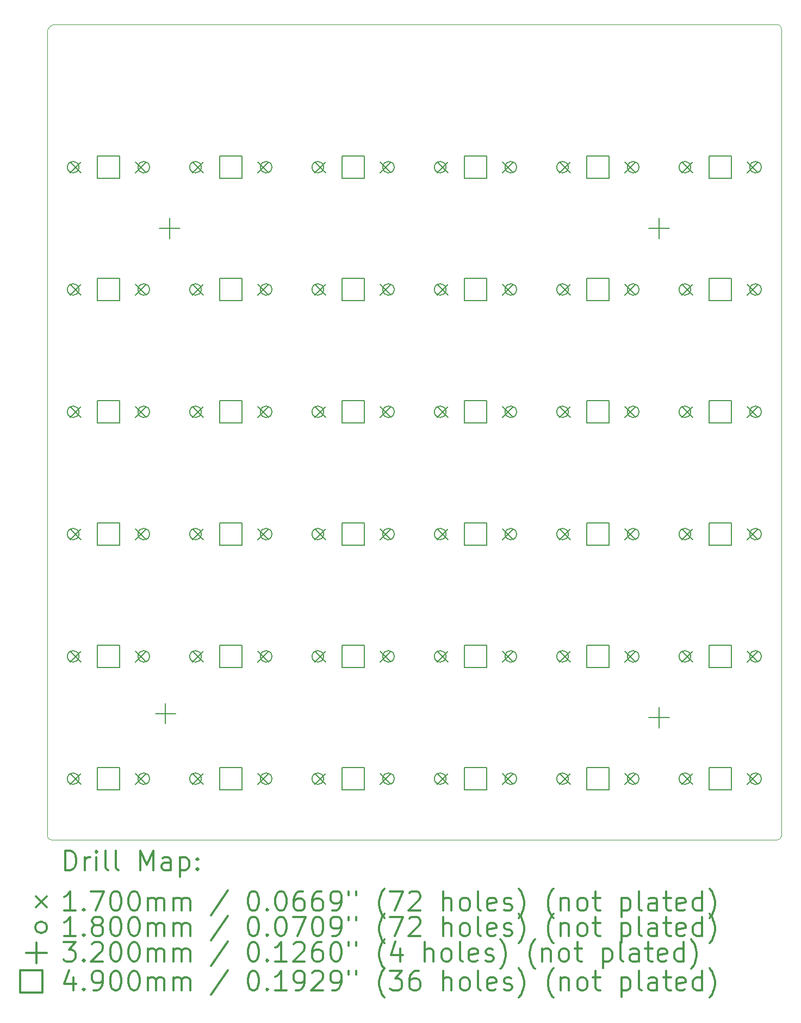
<source format=gbr>
%FSLAX45Y45*%
G04 Gerber Fmt 4.5, Leading zero omitted, Abs format (unit mm)*
G04 Created by KiCad (PCBNEW (5.1.12-1-10_14)) date 2021-11-20 16:42:35*
%MOMM*%
%LPD*%
G01*
G04 APERTURE LIST*
%TA.AperFunction,Profile*%
%ADD10C,0.120000*%
%TD*%
%ADD11C,0.200000*%
%ADD12C,0.300000*%
G04 APERTURE END LIST*
D10*
X16129000Y-3492500D02*
G75*
G02*
X16192500Y-3556000I0J-63500D01*
G01*
X16192500Y-16129000D02*
G75*
G02*
X16129000Y-16192500I-63500J0D01*
G01*
X4826000Y-16192500D02*
X16129000Y-16192500D01*
X4826000Y-16192500D02*
G75*
G02*
X4762500Y-16129000I0J63500D01*
G01*
X16192500Y-3556000D02*
X16192500Y-16129000D01*
X4762500Y-3619500D02*
G75*
G02*
X4889500Y-3492500I127000J0D01*
G01*
X16129000Y-3492500D02*
X4889500Y-3492500D01*
X4762500Y-3619500D02*
X4762500Y-16129000D01*
D11*
X5122000Y-5630000D02*
X5292000Y-5800000D01*
X5292000Y-5630000D02*
X5122000Y-5800000D01*
X5122000Y-7535000D02*
X5292000Y-7705000D01*
X5292000Y-7535000D02*
X5122000Y-7705000D01*
X5122000Y-9440000D02*
X5292000Y-9610000D01*
X5292000Y-9440000D02*
X5122000Y-9610000D01*
X5122000Y-11345000D02*
X5292000Y-11515000D01*
X5292000Y-11345000D02*
X5122000Y-11515000D01*
X5122000Y-13250000D02*
X5292000Y-13420000D01*
X5292000Y-13250000D02*
X5122000Y-13420000D01*
X5122000Y-15155000D02*
X5292000Y-15325000D01*
X5292000Y-15155000D02*
X5122000Y-15325000D01*
X6138000Y-5630000D02*
X6308000Y-5800000D01*
X6308000Y-5630000D02*
X6138000Y-5800000D01*
X6138000Y-7535000D02*
X6308000Y-7705000D01*
X6308000Y-7535000D02*
X6138000Y-7705000D01*
X6138000Y-9440000D02*
X6308000Y-9610000D01*
X6308000Y-9440000D02*
X6138000Y-9610000D01*
X6138000Y-11345000D02*
X6308000Y-11515000D01*
X6308000Y-11345000D02*
X6138000Y-11515000D01*
X6138000Y-13250000D02*
X6308000Y-13420000D01*
X6308000Y-13250000D02*
X6138000Y-13420000D01*
X6138000Y-15155000D02*
X6308000Y-15325000D01*
X6308000Y-15155000D02*
X6138000Y-15325000D01*
X7027000Y-5630000D02*
X7197000Y-5800000D01*
X7197000Y-5630000D02*
X7027000Y-5800000D01*
X7027000Y-7535000D02*
X7197000Y-7705000D01*
X7197000Y-7535000D02*
X7027000Y-7705000D01*
X7027000Y-9440000D02*
X7197000Y-9610000D01*
X7197000Y-9440000D02*
X7027000Y-9610000D01*
X7027000Y-11345000D02*
X7197000Y-11515000D01*
X7197000Y-11345000D02*
X7027000Y-11515000D01*
X7027000Y-13250000D02*
X7197000Y-13420000D01*
X7197000Y-13250000D02*
X7027000Y-13420000D01*
X7027000Y-15155000D02*
X7197000Y-15325000D01*
X7197000Y-15155000D02*
X7027000Y-15325000D01*
X8043000Y-5630000D02*
X8213000Y-5800000D01*
X8213000Y-5630000D02*
X8043000Y-5800000D01*
X8043000Y-7535000D02*
X8213000Y-7705000D01*
X8213000Y-7535000D02*
X8043000Y-7705000D01*
X8043000Y-9440000D02*
X8213000Y-9610000D01*
X8213000Y-9440000D02*
X8043000Y-9610000D01*
X8043000Y-11345000D02*
X8213000Y-11515000D01*
X8213000Y-11345000D02*
X8043000Y-11515000D01*
X8043000Y-13250000D02*
X8213000Y-13420000D01*
X8213000Y-13250000D02*
X8043000Y-13420000D01*
X8043000Y-15155000D02*
X8213000Y-15325000D01*
X8213000Y-15155000D02*
X8043000Y-15325000D01*
X8932000Y-5630000D02*
X9102000Y-5800000D01*
X9102000Y-5630000D02*
X8932000Y-5800000D01*
X8932000Y-7535000D02*
X9102000Y-7705000D01*
X9102000Y-7535000D02*
X8932000Y-7705000D01*
X8932000Y-9440000D02*
X9102000Y-9610000D01*
X9102000Y-9440000D02*
X8932000Y-9610000D01*
X8932000Y-11345000D02*
X9102000Y-11515000D01*
X9102000Y-11345000D02*
X8932000Y-11515000D01*
X8932000Y-13250000D02*
X9102000Y-13420000D01*
X9102000Y-13250000D02*
X8932000Y-13420000D01*
X8932000Y-15155000D02*
X9102000Y-15325000D01*
X9102000Y-15155000D02*
X8932000Y-15325000D01*
X9948000Y-5630000D02*
X10118000Y-5800000D01*
X10118000Y-5630000D02*
X9948000Y-5800000D01*
X9948000Y-7535000D02*
X10118000Y-7705000D01*
X10118000Y-7535000D02*
X9948000Y-7705000D01*
X9948000Y-9440000D02*
X10118000Y-9610000D01*
X10118000Y-9440000D02*
X9948000Y-9610000D01*
X9948000Y-11345000D02*
X10118000Y-11515000D01*
X10118000Y-11345000D02*
X9948000Y-11515000D01*
X9948000Y-13250000D02*
X10118000Y-13420000D01*
X10118000Y-13250000D02*
X9948000Y-13420000D01*
X9948000Y-15155000D02*
X10118000Y-15325000D01*
X10118000Y-15155000D02*
X9948000Y-15325000D01*
X10837000Y-5630000D02*
X11007000Y-5800000D01*
X11007000Y-5630000D02*
X10837000Y-5800000D01*
X10837000Y-7535000D02*
X11007000Y-7705000D01*
X11007000Y-7535000D02*
X10837000Y-7705000D01*
X10837000Y-9440000D02*
X11007000Y-9610000D01*
X11007000Y-9440000D02*
X10837000Y-9610000D01*
X10837000Y-11345000D02*
X11007000Y-11515000D01*
X11007000Y-11345000D02*
X10837000Y-11515000D01*
X10837000Y-13250000D02*
X11007000Y-13420000D01*
X11007000Y-13250000D02*
X10837000Y-13420000D01*
X10837000Y-15155000D02*
X11007000Y-15325000D01*
X11007000Y-15155000D02*
X10837000Y-15325000D01*
X11853000Y-5630000D02*
X12023000Y-5800000D01*
X12023000Y-5630000D02*
X11853000Y-5800000D01*
X11853000Y-7535000D02*
X12023000Y-7705000D01*
X12023000Y-7535000D02*
X11853000Y-7705000D01*
X11853000Y-9440000D02*
X12023000Y-9610000D01*
X12023000Y-9440000D02*
X11853000Y-9610000D01*
X11853000Y-11345000D02*
X12023000Y-11515000D01*
X12023000Y-11345000D02*
X11853000Y-11515000D01*
X11853000Y-13250000D02*
X12023000Y-13420000D01*
X12023000Y-13250000D02*
X11853000Y-13420000D01*
X11853000Y-15155000D02*
X12023000Y-15325000D01*
X12023000Y-15155000D02*
X11853000Y-15325000D01*
X12742000Y-5630000D02*
X12912000Y-5800000D01*
X12912000Y-5630000D02*
X12742000Y-5800000D01*
X12742000Y-7535000D02*
X12912000Y-7705000D01*
X12912000Y-7535000D02*
X12742000Y-7705000D01*
X12742000Y-9440000D02*
X12912000Y-9610000D01*
X12912000Y-9440000D02*
X12742000Y-9610000D01*
X12742000Y-11345000D02*
X12912000Y-11515000D01*
X12912000Y-11345000D02*
X12742000Y-11515000D01*
X12742000Y-13250000D02*
X12912000Y-13420000D01*
X12912000Y-13250000D02*
X12742000Y-13420000D01*
X12742000Y-15155000D02*
X12912000Y-15325000D01*
X12912000Y-15155000D02*
X12742000Y-15325000D01*
X13758000Y-5630000D02*
X13928000Y-5800000D01*
X13928000Y-5630000D02*
X13758000Y-5800000D01*
X13758000Y-7535000D02*
X13928000Y-7705000D01*
X13928000Y-7535000D02*
X13758000Y-7705000D01*
X13758000Y-9440000D02*
X13928000Y-9610000D01*
X13928000Y-9440000D02*
X13758000Y-9610000D01*
X13758000Y-11345000D02*
X13928000Y-11515000D01*
X13928000Y-11345000D02*
X13758000Y-11515000D01*
X13758000Y-13250000D02*
X13928000Y-13420000D01*
X13928000Y-13250000D02*
X13758000Y-13420000D01*
X13758000Y-15155000D02*
X13928000Y-15325000D01*
X13928000Y-15155000D02*
X13758000Y-15325000D01*
X14647000Y-5630000D02*
X14817000Y-5800000D01*
X14817000Y-5630000D02*
X14647000Y-5800000D01*
X14647000Y-7535000D02*
X14817000Y-7705000D01*
X14817000Y-7535000D02*
X14647000Y-7705000D01*
X14647000Y-9440000D02*
X14817000Y-9610000D01*
X14817000Y-9440000D02*
X14647000Y-9610000D01*
X14647000Y-11345000D02*
X14817000Y-11515000D01*
X14817000Y-11345000D02*
X14647000Y-11515000D01*
X14647000Y-13250000D02*
X14817000Y-13420000D01*
X14817000Y-13250000D02*
X14647000Y-13420000D01*
X14647000Y-15155000D02*
X14817000Y-15325000D01*
X14817000Y-15155000D02*
X14647000Y-15325000D01*
X15663000Y-5630000D02*
X15833000Y-5800000D01*
X15833000Y-5630000D02*
X15663000Y-5800000D01*
X15663000Y-7535000D02*
X15833000Y-7705000D01*
X15833000Y-7535000D02*
X15663000Y-7705000D01*
X15663000Y-9440000D02*
X15833000Y-9610000D01*
X15833000Y-9440000D02*
X15663000Y-9610000D01*
X15663000Y-11345000D02*
X15833000Y-11515000D01*
X15833000Y-11345000D02*
X15663000Y-11515000D01*
X15663000Y-13250000D02*
X15833000Y-13420000D01*
X15833000Y-13250000D02*
X15663000Y-13420000D01*
X15663000Y-15155000D02*
X15833000Y-15325000D01*
X15833000Y-15155000D02*
X15663000Y-15325000D01*
X5255000Y-5715000D02*
G75*
G03*
X5255000Y-5715000I-90000J0D01*
G01*
X5255000Y-7620000D02*
G75*
G03*
X5255000Y-7620000I-90000J0D01*
G01*
X5255000Y-9525000D02*
G75*
G03*
X5255000Y-9525000I-90000J0D01*
G01*
X5255000Y-11430000D02*
G75*
G03*
X5255000Y-11430000I-90000J0D01*
G01*
X5255000Y-13335000D02*
G75*
G03*
X5255000Y-13335000I-90000J0D01*
G01*
X5255000Y-15240000D02*
G75*
G03*
X5255000Y-15240000I-90000J0D01*
G01*
X6355000Y-5715000D02*
G75*
G03*
X6355000Y-5715000I-90000J0D01*
G01*
X6355000Y-7620000D02*
G75*
G03*
X6355000Y-7620000I-90000J0D01*
G01*
X6355000Y-9525000D02*
G75*
G03*
X6355000Y-9525000I-90000J0D01*
G01*
X6355000Y-11430000D02*
G75*
G03*
X6355000Y-11430000I-90000J0D01*
G01*
X6355000Y-13335000D02*
G75*
G03*
X6355000Y-13335000I-90000J0D01*
G01*
X6355000Y-15240000D02*
G75*
G03*
X6355000Y-15240000I-90000J0D01*
G01*
X7160000Y-5715000D02*
G75*
G03*
X7160000Y-5715000I-90000J0D01*
G01*
X7160000Y-7620000D02*
G75*
G03*
X7160000Y-7620000I-90000J0D01*
G01*
X7160000Y-9525000D02*
G75*
G03*
X7160000Y-9525000I-90000J0D01*
G01*
X7160000Y-11430000D02*
G75*
G03*
X7160000Y-11430000I-90000J0D01*
G01*
X7160000Y-13335000D02*
G75*
G03*
X7160000Y-13335000I-90000J0D01*
G01*
X7160000Y-15240000D02*
G75*
G03*
X7160000Y-15240000I-90000J0D01*
G01*
X8260000Y-5715000D02*
G75*
G03*
X8260000Y-5715000I-90000J0D01*
G01*
X8260000Y-7620000D02*
G75*
G03*
X8260000Y-7620000I-90000J0D01*
G01*
X8260000Y-9525000D02*
G75*
G03*
X8260000Y-9525000I-90000J0D01*
G01*
X8260000Y-11430000D02*
G75*
G03*
X8260000Y-11430000I-90000J0D01*
G01*
X8260000Y-13335000D02*
G75*
G03*
X8260000Y-13335000I-90000J0D01*
G01*
X8260000Y-15240000D02*
G75*
G03*
X8260000Y-15240000I-90000J0D01*
G01*
X9065000Y-5715000D02*
G75*
G03*
X9065000Y-5715000I-90000J0D01*
G01*
X9065000Y-7620000D02*
G75*
G03*
X9065000Y-7620000I-90000J0D01*
G01*
X9065000Y-9525000D02*
G75*
G03*
X9065000Y-9525000I-90000J0D01*
G01*
X9065000Y-11430000D02*
G75*
G03*
X9065000Y-11430000I-90000J0D01*
G01*
X9065000Y-13335000D02*
G75*
G03*
X9065000Y-13335000I-90000J0D01*
G01*
X9065000Y-15240000D02*
G75*
G03*
X9065000Y-15240000I-90000J0D01*
G01*
X10165000Y-5715000D02*
G75*
G03*
X10165000Y-5715000I-90000J0D01*
G01*
X10165000Y-7620000D02*
G75*
G03*
X10165000Y-7620000I-90000J0D01*
G01*
X10165000Y-9525000D02*
G75*
G03*
X10165000Y-9525000I-90000J0D01*
G01*
X10165000Y-11430000D02*
G75*
G03*
X10165000Y-11430000I-90000J0D01*
G01*
X10165000Y-13335000D02*
G75*
G03*
X10165000Y-13335000I-90000J0D01*
G01*
X10165000Y-15240000D02*
G75*
G03*
X10165000Y-15240000I-90000J0D01*
G01*
X10970000Y-5715000D02*
G75*
G03*
X10970000Y-5715000I-90000J0D01*
G01*
X10970000Y-7620000D02*
G75*
G03*
X10970000Y-7620000I-90000J0D01*
G01*
X10970000Y-9525000D02*
G75*
G03*
X10970000Y-9525000I-90000J0D01*
G01*
X10970000Y-11430000D02*
G75*
G03*
X10970000Y-11430000I-90000J0D01*
G01*
X10970000Y-13335000D02*
G75*
G03*
X10970000Y-13335000I-90000J0D01*
G01*
X10970000Y-15240000D02*
G75*
G03*
X10970000Y-15240000I-90000J0D01*
G01*
X12070000Y-5715000D02*
G75*
G03*
X12070000Y-5715000I-90000J0D01*
G01*
X12070000Y-7620000D02*
G75*
G03*
X12070000Y-7620000I-90000J0D01*
G01*
X12070000Y-9525000D02*
G75*
G03*
X12070000Y-9525000I-90000J0D01*
G01*
X12070000Y-11430000D02*
G75*
G03*
X12070000Y-11430000I-90000J0D01*
G01*
X12070000Y-13335000D02*
G75*
G03*
X12070000Y-13335000I-90000J0D01*
G01*
X12070000Y-15240000D02*
G75*
G03*
X12070000Y-15240000I-90000J0D01*
G01*
X12875000Y-5715000D02*
G75*
G03*
X12875000Y-5715000I-90000J0D01*
G01*
X12875000Y-7620000D02*
G75*
G03*
X12875000Y-7620000I-90000J0D01*
G01*
X12875000Y-9525000D02*
G75*
G03*
X12875000Y-9525000I-90000J0D01*
G01*
X12875000Y-11430000D02*
G75*
G03*
X12875000Y-11430000I-90000J0D01*
G01*
X12875000Y-13335000D02*
G75*
G03*
X12875000Y-13335000I-90000J0D01*
G01*
X12875000Y-15240000D02*
G75*
G03*
X12875000Y-15240000I-90000J0D01*
G01*
X13975000Y-5715000D02*
G75*
G03*
X13975000Y-5715000I-90000J0D01*
G01*
X13975000Y-7620000D02*
G75*
G03*
X13975000Y-7620000I-90000J0D01*
G01*
X13975000Y-9525000D02*
G75*
G03*
X13975000Y-9525000I-90000J0D01*
G01*
X13975000Y-11430000D02*
G75*
G03*
X13975000Y-11430000I-90000J0D01*
G01*
X13975000Y-13335000D02*
G75*
G03*
X13975000Y-13335000I-90000J0D01*
G01*
X13975000Y-15240000D02*
G75*
G03*
X13975000Y-15240000I-90000J0D01*
G01*
X14780000Y-5715000D02*
G75*
G03*
X14780000Y-5715000I-90000J0D01*
G01*
X14780000Y-7620000D02*
G75*
G03*
X14780000Y-7620000I-90000J0D01*
G01*
X14780000Y-9525000D02*
G75*
G03*
X14780000Y-9525000I-90000J0D01*
G01*
X14780000Y-11430000D02*
G75*
G03*
X14780000Y-11430000I-90000J0D01*
G01*
X14780000Y-13335000D02*
G75*
G03*
X14780000Y-13335000I-90000J0D01*
G01*
X14780000Y-15240000D02*
G75*
G03*
X14780000Y-15240000I-90000J0D01*
G01*
X15880000Y-5715000D02*
G75*
G03*
X15880000Y-5715000I-90000J0D01*
G01*
X15880000Y-7620000D02*
G75*
G03*
X15880000Y-7620000I-90000J0D01*
G01*
X15880000Y-9525000D02*
G75*
G03*
X15880000Y-9525000I-90000J0D01*
G01*
X15880000Y-11430000D02*
G75*
G03*
X15880000Y-11430000I-90000J0D01*
G01*
X15880000Y-13335000D02*
G75*
G03*
X15880000Y-13335000I-90000J0D01*
G01*
X15880000Y-15240000D02*
G75*
G03*
X15880000Y-15240000I-90000J0D01*
G01*
X6604000Y-14064000D02*
X6604000Y-14384000D01*
X6444000Y-14224000D02*
X6764000Y-14224000D01*
X6667500Y-6507500D02*
X6667500Y-6827500D01*
X6507500Y-6667500D02*
X6827500Y-6667500D01*
X14287500Y-6507500D02*
X14287500Y-6827500D01*
X14127500Y-6667500D02*
X14447500Y-6667500D01*
X14287500Y-14127500D02*
X14287500Y-14447500D01*
X14127500Y-14287500D02*
X14447500Y-14287500D01*
X5888243Y-5888243D02*
X5888243Y-5541757D01*
X5541757Y-5541757D01*
X5541757Y-5888243D01*
X5888243Y-5888243D01*
X5888243Y-7793243D02*
X5888243Y-7446757D01*
X5541757Y-7446757D01*
X5541757Y-7793243D01*
X5888243Y-7793243D01*
X5888243Y-9698243D02*
X5888243Y-9351757D01*
X5541757Y-9351757D01*
X5541757Y-9698243D01*
X5888243Y-9698243D01*
X5888243Y-11603243D02*
X5888243Y-11256757D01*
X5541757Y-11256757D01*
X5541757Y-11603243D01*
X5888243Y-11603243D01*
X5888243Y-13508243D02*
X5888243Y-13161757D01*
X5541757Y-13161757D01*
X5541757Y-13508243D01*
X5888243Y-13508243D01*
X5888243Y-15413243D02*
X5888243Y-15066757D01*
X5541757Y-15066757D01*
X5541757Y-15413243D01*
X5888243Y-15413243D01*
X7793243Y-5888243D02*
X7793243Y-5541757D01*
X7446757Y-5541757D01*
X7446757Y-5888243D01*
X7793243Y-5888243D01*
X7793243Y-7793243D02*
X7793243Y-7446757D01*
X7446757Y-7446757D01*
X7446757Y-7793243D01*
X7793243Y-7793243D01*
X7793243Y-9698243D02*
X7793243Y-9351757D01*
X7446757Y-9351757D01*
X7446757Y-9698243D01*
X7793243Y-9698243D01*
X7793243Y-11603243D02*
X7793243Y-11256757D01*
X7446757Y-11256757D01*
X7446757Y-11603243D01*
X7793243Y-11603243D01*
X7793243Y-13508243D02*
X7793243Y-13161757D01*
X7446757Y-13161757D01*
X7446757Y-13508243D01*
X7793243Y-13508243D01*
X7793243Y-15413243D02*
X7793243Y-15066757D01*
X7446757Y-15066757D01*
X7446757Y-15413243D01*
X7793243Y-15413243D01*
X9698243Y-5888243D02*
X9698243Y-5541757D01*
X9351757Y-5541757D01*
X9351757Y-5888243D01*
X9698243Y-5888243D01*
X9698243Y-7793243D02*
X9698243Y-7446757D01*
X9351757Y-7446757D01*
X9351757Y-7793243D01*
X9698243Y-7793243D01*
X9698243Y-9698243D02*
X9698243Y-9351757D01*
X9351757Y-9351757D01*
X9351757Y-9698243D01*
X9698243Y-9698243D01*
X9698243Y-11603243D02*
X9698243Y-11256757D01*
X9351757Y-11256757D01*
X9351757Y-11603243D01*
X9698243Y-11603243D01*
X9698243Y-13508243D02*
X9698243Y-13161757D01*
X9351757Y-13161757D01*
X9351757Y-13508243D01*
X9698243Y-13508243D01*
X9698243Y-15413243D02*
X9698243Y-15066757D01*
X9351757Y-15066757D01*
X9351757Y-15413243D01*
X9698243Y-15413243D01*
X11603243Y-5888243D02*
X11603243Y-5541757D01*
X11256757Y-5541757D01*
X11256757Y-5888243D01*
X11603243Y-5888243D01*
X11603243Y-7793243D02*
X11603243Y-7446757D01*
X11256757Y-7446757D01*
X11256757Y-7793243D01*
X11603243Y-7793243D01*
X11603243Y-9698243D02*
X11603243Y-9351757D01*
X11256757Y-9351757D01*
X11256757Y-9698243D01*
X11603243Y-9698243D01*
X11603243Y-11603243D02*
X11603243Y-11256757D01*
X11256757Y-11256757D01*
X11256757Y-11603243D01*
X11603243Y-11603243D01*
X11603243Y-13508243D02*
X11603243Y-13161757D01*
X11256757Y-13161757D01*
X11256757Y-13508243D01*
X11603243Y-13508243D01*
X11603243Y-15413243D02*
X11603243Y-15066757D01*
X11256757Y-15066757D01*
X11256757Y-15413243D01*
X11603243Y-15413243D01*
X13508243Y-5888243D02*
X13508243Y-5541757D01*
X13161757Y-5541757D01*
X13161757Y-5888243D01*
X13508243Y-5888243D01*
X13508243Y-7793243D02*
X13508243Y-7446757D01*
X13161757Y-7446757D01*
X13161757Y-7793243D01*
X13508243Y-7793243D01*
X13508243Y-9698243D02*
X13508243Y-9351757D01*
X13161757Y-9351757D01*
X13161757Y-9698243D01*
X13508243Y-9698243D01*
X13508243Y-11603243D02*
X13508243Y-11256757D01*
X13161757Y-11256757D01*
X13161757Y-11603243D01*
X13508243Y-11603243D01*
X13508243Y-13508243D02*
X13508243Y-13161757D01*
X13161757Y-13161757D01*
X13161757Y-13508243D01*
X13508243Y-13508243D01*
X13508243Y-15413243D02*
X13508243Y-15066757D01*
X13161757Y-15066757D01*
X13161757Y-15413243D01*
X13508243Y-15413243D01*
X15413243Y-5888243D02*
X15413243Y-5541757D01*
X15066757Y-5541757D01*
X15066757Y-5888243D01*
X15413243Y-5888243D01*
X15413243Y-7793243D02*
X15413243Y-7446757D01*
X15066757Y-7446757D01*
X15066757Y-7793243D01*
X15413243Y-7793243D01*
X15413243Y-9698243D02*
X15413243Y-9351757D01*
X15066757Y-9351757D01*
X15066757Y-9698243D01*
X15413243Y-9698243D01*
X15413243Y-11603243D02*
X15413243Y-11256757D01*
X15066757Y-11256757D01*
X15066757Y-11603243D01*
X15413243Y-11603243D01*
X15413243Y-13508243D02*
X15413243Y-13161757D01*
X15066757Y-13161757D01*
X15066757Y-13508243D01*
X15413243Y-13508243D01*
X15413243Y-15413243D02*
X15413243Y-15066757D01*
X15066757Y-15066757D01*
X15066757Y-15413243D01*
X15413243Y-15413243D01*
D12*
X5042928Y-16664214D02*
X5042928Y-16364214D01*
X5114357Y-16364214D01*
X5157214Y-16378500D01*
X5185786Y-16407071D01*
X5200071Y-16435643D01*
X5214357Y-16492786D01*
X5214357Y-16535643D01*
X5200071Y-16592786D01*
X5185786Y-16621357D01*
X5157214Y-16649929D01*
X5114357Y-16664214D01*
X5042928Y-16664214D01*
X5342928Y-16664214D02*
X5342928Y-16464214D01*
X5342928Y-16521357D02*
X5357214Y-16492786D01*
X5371500Y-16478500D01*
X5400071Y-16464214D01*
X5428643Y-16464214D01*
X5528643Y-16664214D02*
X5528643Y-16464214D01*
X5528643Y-16364214D02*
X5514357Y-16378500D01*
X5528643Y-16392786D01*
X5542928Y-16378500D01*
X5528643Y-16364214D01*
X5528643Y-16392786D01*
X5714357Y-16664214D02*
X5685786Y-16649929D01*
X5671500Y-16621357D01*
X5671500Y-16364214D01*
X5871500Y-16664214D02*
X5842928Y-16649929D01*
X5828643Y-16621357D01*
X5828643Y-16364214D01*
X6214357Y-16664214D02*
X6214357Y-16364214D01*
X6314357Y-16578500D01*
X6414357Y-16364214D01*
X6414357Y-16664214D01*
X6685786Y-16664214D02*
X6685786Y-16507071D01*
X6671500Y-16478500D01*
X6642928Y-16464214D01*
X6585786Y-16464214D01*
X6557214Y-16478500D01*
X6685786Y-16649929D02*
X6657214Y-16664214D01*
X6585786Y-16664214D01*
X6557214Y-16649929D01*
X6542928Y-16621357D01*
X6542928Y-16592786D01*
X6557214Y-16564214D01*
X6585786Y-16549929D01*
X6657214Y-16549929D01*
X6685786Y-16535643D01*
X6828643Y-16464214D02*
X6828643Y-16764214D01*
X6828643Y-16478500D02*
X6857214Y-16464214D01*
X6914357Y-16464214D01*
X6942928Y-16478500D01*
X6957214Y-16492786D01*
X6971500Y-16521357D01*
X6971500Y-16607071D01*
X6957214Y-16635643D01*
X6942928Y-16649929D01*
X6914357Y-16664214D01*
X6857214Y-16664214D01*
X6828643Y-16649929D01*
X7100071Y-16635643D02*
X7114357Y-16649929D01*
X7100071Y-16664214D01*
X7085786Y-16649929D01*
X7100071Y-16635643D01*
X7100071Y-16664214D01*
X7100071Y-16478500D02*
X7114357Y-16492786D01*
X7100071Y-16507071D01*
X7085786Y-16492786D01*
X7100071Y-16478500D01*
X7100071Y-16507071D01*
X4586500Y-17073500D02*
X4756500Y-17243500D01*
X4756500Y-17073500D02*
X4586500Y-17243500D01*
X5200071Y-17294214D02*
X5028643Y-17294214D01*
X5114357Y-17294214D02*
X5114357Y-16994214D01*
X5085786Y-17037072D01*
X5057214Y-17065643D01*
X5028643Y-17079929D01*
X5328643Y-17265643D02*
X5342928Y-17279929D01*
X5328643Y-17294214D01*
X5314357Y-17279929D01*
X5328643Y-17265643D01*
X5328643Y-17294214D01*
X5442928Y-16994214D02*
X5642928Y-16994214D01*
X5514357Y-17294214D01*
X5814357Y-16994214D02*
X5842928Y-16994214D01*
X5871500Y-17008500D01*
X5885786Y-17022786D01*
X5900071Y-17051357D01*
X5914357Y-17108500D01*
X5914357Y-17179929D01*
X5900071Y-17237072D01*
X5885786Y-17265643D01*
X5871500Y-17279929D01*
X5842928Y-17294214D01*
X5814357Y-17294214D01*
X5785786Y-17279929D01*
X5771500Y-17265643D01*
X5757214Y-17237072D01*
X5742928Y-17179929D01*
X5742928Y-17108500D01*
X5757214Y-17051357D01*
X5771500Y-17022786D01*
X5785786Y-17008500D01*
X5814357Y-16994214D01*
X6100071Y-16994214D02*
X6128643Y-16994214D01*
X6157214Y-17008500D01*
X6171500Y-17022786D01*
X6185786Y-17051357D01*
X6200071Y-17108500D01*
X6200071Y-17179929D01*
X6185786Y-17237072D01*
X6171500Y-17265643D01*
X6157214Y-17279929D01*
X6128643Y-17294214D01*
X6100071Y-17294214D01*
X6071500Y-17279929D01*
X6057214Y-17265643D01*
X6042928Y-17237072D01*
X6028643Y-17179929D01*
X6028643Y-17108500D01*
X6042928Y-17051357D01*
X6057214Y-17022786D01*
X6071500Y-17008500D01*
X6100071Y-16994214D01*
X6328643Y-17294214D02*
X6328643Y-17094214D01*
X6328643Y-17122786D02*
X6342928Y-17108500D01*
X6371500Y-17094214D01*
X6414357Y-17094214D01*
X6442928Y-17108500D01*
X6457214Y-17137072D01*
X6457214Y-17294214D01*
X6457214Y-17137072D02*
X6471500Y-17108500D01*
X6500071Y-17094214D01*
X6542928Y-17094214D01*
X6571500Y-17108500D01*
X6585786Y-17137072D01*
X6585786Y-17294214D01*
X6728643Y-17294214D02*
X6728643Y-17094214D01*
X6728643Y-17122786D02*
X6742928Y-17108500D01*
X6771500Y-17094214D01*
X6814357Y-17094214D01*
X6842928Y-17108500D01*
X6857214Y-17137072D01*
X6857214Y-17294214D01*
X6857214Y-17137072D02*
X6871500Y-17108500D01*
X6900071Y-17094214D01*
X6942928Y-17094214D01*
X6971500Y-17108500D01*
X6985786Y-17137072D01*
X6985786Y-17294214D01*
X7571500Y-16979929D02*
X7314357Y-17365643D01*
X7957214Y-16994214D02*
X7985786Y-16994214D01*
X8014357Y-17008500D01*
X8028643Y-17022786D01*
X8042928Y-17051357D01*
X8057214Y-17108500D01*
X8057214Y-17179929D01*
X8042928Y-17237072D01*
X8028643Y-17265643D01*
X8014357Y-17279929D01*
X7985786Y-17294214D01*
X7957214Y-17294214D01*
X7928643Y-17279929D01*
X7914357Y-17265643D01*
X7900071Y-17237072D01*
X7885786Y-17179929D01*
X7885786Y-17108500D01*
X7900071Y-17051357D01*
X7914357Y-17022786D01*
X7928643Y-17008500D01*
X7957214Y-16994214D01*
X8185786Y-17265643D02*
X8200071Y-17279929D01*
X8185786Y-17294214D01*
X8171500Y-17279929D01*
X8185786Y-17265643D01*
X8185786Y-17294214D01*
X8385786Y-16994214D02*
X8414357Y-16994214D01*
X8442928Y-17008500D01*
X8457214Y-17022786D01*
X8471500Y-17051357D01*
X8485786Y-17108500D01*
X8485786Y-17179929D01*
X8471500Y-17237072D01*
X8457214Y-17265643D01*
X8442928Y-17279929D01*
X8414357Y-17294214D01*
X8385786Y-17294214D01*
X8357214Y-17279929D01*
X8342928Y-17265643D01*
X8328643Y-17237072D01*
X8314357Y-17179929D01*
X8314357Y-17108500D01*
X8328643Y-17051357D01*
X8342928Y-17022786D01*
X8357214Y-17008500D01*
X8385786Y-16994214D01*
X8742928Y-16994214D02*
X8685786Y-16994214D01*
X8657214Y-17008500D01*
X8642928Y-17022786D01*
X8614357Y-17065643D01*
X8600071Y-17122786D01*
X8600071Y-17237072D01*
X8614357Y-17265643D01*
X8628643Y-17279929D01*
X8657214Y-17294214D01*
X8714357Y-17294214D01*
X8742928Y-17279929D01*
X8757214Y-17265643D01*
X8771500Y-17237072D01*
X8771500Y-17165643D01*
X8757214Y-17137072D01*
X8742928Y-17122786D01*
X8714357Y-17108500D01*
X8657214Y-17108500D01*
X8628643Y-17122786D01*
X8614357Y-17137072D01*
X8600071Y-17165643D01*
X9028643Y-16994214D02*
X8971500Y-16994214D01*
X8942928Y-17008500D01*
X8928643Y-17022786D01*
X8900071Y-17065643D01*
X8885786Y-17122786D01*
X8885786Y-17237072D01*
X8900071Y-17265643D01*
X8914357Y-17279929D01*
X8942928Y-17294214D01*
X9000071Y-17294214D01*
X9028643Y-17279929D01*
X9042928Y-17265643D01*
X9057214Y-17237072D01*
X9057214Y-17165643D01*
X9042928Y-17137072D01*
X9028643Y-17122786D01*
X9000071Y-17108500D01*
X8942928Y-17108500D01*
X8914357Y-17122786D01*
X8900071Y-17137072D01*
X8885786Y-17165643D01*
X9200071Y-17294214D02*
X9257214Y-17294214D01*
X9285786Y-17279929D01*
X9300071Y-17265643D01*
X9328643Y-17222786D01*
X9342928Y-17165643D01*
X9342928Y-17051357D01*
X9328643Y-17022786D01*
X9314357Y-17008500D01*
X9285786Y-16994214D01*
X9228643Y-16994214D01*
X9200071Y-17008500D01*
X9185786Y-17022786D01*
X9171500Y-17051357D01*
X9171500Y-17122786D01*
X9185786Y-17151357D01*
X9200071Y-17165643D01*
X9228643Y-17179929D01*
X9285786Y-17179929D01*
X9314357Y-17165643D01*
X9328643Y-17151357D01*
X9342928Y-17122786D01*
X9457214Y-16994214D02*
X9457214Y-17051357D01*
X9571500Y-16994214D02*
X9571500Y-17051357D01*
X10014357Y-17408500D02*
X10000071Y-17394214D01*
X9971500Y-17351357D01*
X9957214Y-17322786D01*
X9942928Y-17279929D01*
X9928643Y-17208500D01*
X9928643Y-17151357D01*
X9942928Y-17079929D01*
X9957214Y-17037072D01*
X9971500Y-17008500D01*
X10000071Y-16965643D01*
X10014357Y-16951357D01*
X10100071Y-16994214D02*
X10300071Y-16994214D01*
X10171500Y-17294214D01*
X10400071Y-17022786D02*
X10414357Y-17008500D01*
X10442928Y-16994214D01*
X10514357Y-16994214D01*
X10542928Y-17008500D01*
X10557214Y-17022786D01*
X10571500Y-17051357D01*
X10571500Y-17079929D01*
X10557214Y-17122786D01*
X10385786Y-17294214D01*
X10571500Y-17294214D01*
X10928643Y-17294214D02*
X10928643Y-16994214D01*
X11057214Y-17294214D02*
X11057214Y-17137072D01*
X11042928Y-17108500D01*
X11014357Y-17094214D01*
X10971500Y-17094214D01*
X10942928Y-17108500D01*
X10928643Y-17122786D01*
X11242928Y-17294214D02*
X11214357Y-17279929D01*
X11200071Y-17265643D01*
X11185786Y-17237072D01*
X11185786Y-17151357D01*
X11200071Y-17122786D01*
X11214357Y-17108500D01*
X11242928Y-17094214D01*
X11285786Y-17094214D01*
X11314357Y-17108500D01*
X11328643Y-17122786D01*
X11342928Y-17151357D01*
X11342928Y-17237072D01*
X11328643Y-17265643D01*
X11314357Y-17279929D01*
X11285786Y-17294214D01*
X11242928Y-17294214D01*
X11514357Y-17294214D02*
X11485786Y-17279929D01*
X11471500Y-17251357D01*
X11471500Y-16994214D01*
X11742928Y-17279929D02*
X11714357Y-17294214D01*
X11657214Y-17294214D01*
X11628643Y-17279929D01*
X11614357Y-17251357D01*
X11614357Y-17137072D01*
X11628643Y-17108500D01*
X11657214Y-17094214D01*
X11714357Y-17094214D01*
X11742928Y-17108500D01*
X11757214Y-17137072D01*
X11757214Y-17165643D01*
X11614357Y-17194214D01*
X11871500Y-17279929D02*
X11900071Y-17294214D01*
X11957214Y-17294214D01*
X11985786Y-17279929D01*
X12000071Y-17251357D01*
X12000071Y-17237072D01*
X11985786Y-17208500D01*
X11957214Y-17194214D01*
X11914357Y-17194214D01*
X11885786Y-17179929D01*
X11871500Y-17151357D01*
X11871500Y-17137072D01*
X11885786Y-17108500D01*
X11914357Y-17094214D01*
X11957214Y-17094214D01*
X11985786Y-17108500D01*
X12100071Y-17408500D02*
X12114357Y-17394214D01*
X12142928Y-17351357D01*
X12157214Y-17322786D01*
X12171500Y-17279929D01*
X12185786Y-17208500D01*
X12185786Y-17151357D01*
X12171500Y-17079929D01*
X12157214Y-17037072D01*
X12142928Y-17008500D01*
X12114357Y-16965643D01*
X12100071Y-16951357D01*
X12642928Y-17408500D02*
X12628643Y-17394214D01*
X12600071Y-17351357D01*
X12585786Y-17322786D01*
X12571500Y-17279929D01*
X12557214Y-17208500D01*
X12557214Y-17151357D01*
X12571500Y-17079929D01*
X12585786Y-17037072D01*
X12600071Y-17008500D01*
X12628643Y-16965643D01*
X12642928Y-16951357D01*
X12757214Y-17094214D02*
X12757214Y-17294214D01*
X12757214Y-17122786D02*
X12771500Y-17108500D01*
X12800071Y-17094214D01*
X12842928Y-17094214D01*
X12871500Y-17108500D01*
X12885786Y-17137072D01*
X12885786Y-17294214D01*
X13071500Y-17294214D02*
X13042928Y-17279929D01*
X13028643Y-17265643D01*
X13014357Y-17237072D01*
X13014357Y-17151357D01*
X13028643Y-17122786D01*
X13042928Y-17108500D01*
X13071500Y-17094214D01*
X13114357Y-17094214D01*
X13142928Y-17108500D01*
X13157214Y-17122786D01*
X13171500Y-17151357D01*
X13171500Y-17237072D01*
X13157214Y-17265643D01*
X13142928Y-17279929D01*
X13114357Y-17294214D01*
X13071500Y-17294214D01*
X13257214Y-17094214D02*
X13371500Y-17094214D01*
X13300071Y-16994214D02*
X13300071Y-17251357D01*
X13314357Y-17279929D01*
X13342928Y-17294214D01*
X13371500Y-17294214D01*
X13700071Y-17094214D02*
X13700071Y-17394214D01*
X13700071Y-17108500D02*
X13728643Y-17094214D01*
X13785786Y-17094214D01*
X13814357Y-17108500D01*
X13828643Y-17122786D01*
X13842928Y-17151357D01*
X13842928Y-17237072D01*
X13828643Y-17265643D01*
X13814357Y-17279929D01*
X13785786Y-17294214D01*
X13728643Y-17294214D01*
X13700071Y-17279929D01*
X14014357Y-17294214D02*
X13985786Y-17279929D01*
X13971500Y-17251357D01*
X13971500Y-16994214D01*
X14257214Y-17294214D02*
X14257214Y-17137072D01*
X14242928Y-17108500D01*
X14214357Y-17094214D01*
X14157214Y-17094214D01*
X14128643Y-17108500D01*
X14257214Y-17279929D02*
X14228643Y-17294214D01*
X14157214Y-17294214D01*
X14128643Y-17279929D01*
X14114357Y-17251357D01*
X14114357Y-17222786D01*
X14128643Y-17194214D01*
X14157214Y-17179929D01*
X14228643Y-17179929D01*
X14257214Y-17165643D01*
X14357214Y-17094214D02*
X14471500Y-17094214D01*
X14400071Y-16994214D02*
X14400071Y-17251357D01*
X14414357Y-17279929D01*
X14442928Y-17294214D01*
X14471500Y-17294214D01*
X14685786Y-17279929D02*
X14657214Y-17294214D01*
X14600071Y-17294214D01*
X14571500Y-17279929D01*
X14557214Y-17251357D01*
X14557214Y-17137072D01*
X14571500Y-17108500D01*
X14600071Y-17094214D01*
X14657214Y-17094214D01*
X14685786Y-17108500D01*
X14700071Y-17137072D01*
X14700071Y-17165643D01*
X14557214Y-17194214D01*
X14957214Y-17294214D02*
X14957214Y-16994214D01*
X14957214Y-17279929D02*
X14928643Y-17294214D01*
X14871500Y-17294214D01*
X14842928Y-17279929D01*
X14828643Y-17265643D01*
X14814357Y-17237072D01*
X14814357Y-17151357D01*
X14828643Y-17122786D01*
X14842928Y-17108500D01*
X14871500Y-17094214D01*
X14928643Y-17094214D01*
X14957214Y-17108500D01*
X15071500Y-17408500D02*
X15085786Y-17394214D01*
X15114357Y-17351357D01*
X15128643Y-17322786D01*
X15142928Y-17279929D01*
X15157214Y-17208500D01*
X15157214Y-17151357D01*
X15142928Y-17079929D01*
X15128643Y-17037072D01*
X15114357Y-17008500D01*
X15085786Y-16965643D01*
X15071500Y-16951357D01*
X4756500Y-17554500D02*
G75*
G03*
X4756500Y-17554500I-90000J0D01*
G01*
X5200071Y-17690214D02*
X5028643Y-17690214D01*
X5114357Y-17690214D02*
X5114357Y-17390214D01*
X5085786Y-17433072D01*
X5057214Y-17461643D01*
X5028643Y-17475929D01*
X5328643Y-17661643D02*
X5342928Y-17675929D01*
X5328643Y-17690214D01*
X5314357Y-17675929D01*
X5328643Y-17661643D01*
X5328643Y-17690214D01*
X5514357Y-17518786D02*
X5485786Y-17504500D01*
X5471500Y-17490214D01*
X5457214Y-17461643D01*
X5457214Y-17447357D01*
X5471500Y-17418786D01*
X5485786Y-17404500D01*
X5514357Y-17390214D01*
X5571500Y-17390214D01*
X5600071Y-17404500D01*
X5614357Y-17418786D01*
X5628643Y-17447357D01*
X5628643Y-17461643D01*
X5614357Y-17490214D01*
X5600071Y-17504500D01*
X5571500Y-17518786D01*
X5514357Y-17518786D01*
X5485786Y-17533072D01*
X5471500Y-17547357D01*
X5457214Y-17575929D01*
X5457214Y-17633072D01*
X5471500Y-17661643D01*
X5485786Y-17675929D01*
X5514357Y-17690214D01*
X5571500Y-17690214D01*
X5600071Y-17675929D01*
X5614357Y-17661643D01*
X5628643Y-17633072D01*
X5628643Y-17575929D01*
X5614357Y-17547357D01*
X5600071Y-17533072D01*
X5571500Y-17518786D01*
X5814357Y-17390214D02*
X5842928Y-17390214D01*
X5871500Y-17404500D01*
X5885786Y-17418786D01*
X5900071Y-17447357D01*
X5914357Y-17504500D01*
X5914357Y-17575929D01*
X5900071Y-17633072D01*
X5885786Y-17661643D01*
X5871500Y-17675929D01*
X5842928Y-17690214D01*
X5814357Y-17690214D01*
X5785786Y-17675929D01*
X5771500Y-17661643D01*
X5757214Y-17633072D01*
X5742928Y-17575929D01*
X5742928Y-17504500D01*
X5757214Y-17447357D01*
X5771500Y-17418786D01*
X5785786Y-17404500D01*
X5814357Y-17390214D01*
X6100071Y-17390214D02*
X6128643Y-17390214D01*
X6157214Y-17404500D01*
X6171500Y-17418786D01*
X6185786Y-17447357D01*
X6200071Y-17504500D01*
X6200071Y-17575929D01*
X6185786Y-17633072D01*
X6171500Y-17661643D01*
X6157214Y-17675929D01*
X6128643Y-17690214D01*
X6100071Y-17690214D01*
X6071500Y-17675929D01*
X6057214Y-17661643D01*
X6042928Y-17633072D01*
X6028643Y-17575929D01*
X6028643Y-17504500D01*
X6042928Y-17447357D01*
X6057214Y-17418786D01*
X6071500Y-17404500D01*
X6100071Y-17390214D01*
X6328643Y-17690214D02*
X6328643Y-17490214D01*
X6328643Y-17518786D02*
X6342928Y-17504500D01*
X6371500Y-17490214D01*
X6414357Y-17490214D01*
X6442928Y-17504500D01*
X6457214Y-17533072D01*
X6457214Y-17690214D01*
X6457214Y-17533072D02*
X6471500Y-17504500D01*
X6500071Y-17490214D01*
X6542928Y-17490214D01*
X6571500Y-17504500D01*
X6585786Y-17533072D01*
X6585786Y-17690214D01*
X6728643Y-17690214D02*
X6728643Y-17490214D01*
X6728643Y-17518786D02*
X6742928Y-17504500D01*
X6771500Y-17490214D01*
X6814357Y-17490214D01*
X6842928Y-17504500D01*
X6857214Y-17533072D01*
X6857214Y-17690214D01*
X6857214Y-17533072D02*
X6871500Y-17504500D01*
X6900071Y-17490214D01*
X6942928Y-17490214D01*
X6971500Y-17504500D01*
X6985786Y-17533072D01*
X6985786Y-17690214D01*
X7571500Y-17375929D02*
X7314357Y-17761643D01*
X7957214Y-17390214D02*
X7985786Y-17390214D01*
X8014357Y-17404500D01*
X8028643Y-17418786D01*
X8042928Y-17447357D01*
X8057214Y-17504500D01*
X8057214Y-17575929D01*
X8042928Y-17633072D01*
X8028643Y-17661643D01*
X8014357Y-17675929D01*
X7985786Y-17690214D01*
X7957214Y-17690214D01*
X7928643Y-17675929D01*
X7914357Y-17661643D01*
X7900071Y-17633072D01*
X7885786Y-17575929D01*
X7885786Y-17504500D01*
X7900071Y-17447357D01*
X7914357Y-17418786D01*
X7928643Y-17404500D01*
X7957214Y-17390214D01*
X8185786Y-17661643D02*
X8200071Y-17675929D01*
X8185786Y-17690214D01*
X8171500Y-17675929D01*
X8185786Y-17661643D01*
X8185786Y-17690214D01*
X8385786Y-17390214D02*
X8414357Y-17390214D01*
X8442928Y-17404500D01*
X8457214Y-17418786D01*
X8471500Y-17447357D01*
X8485786Y-17504500D01*
X8485786Y-17575929D01*
X8471500Y-17633072D01*
X8457214Y-17661643D01*
X8442928Y-17675929D01*
X8414357Y-17690214D01*
X8385786Y-17690214D01*
X8357214Y-17675929D01*
X8342928Y-17661643D01*
X8328643Y-17633072D01*
X8314357Y-17575929D01*
X8314357Y-17504500D01*
X8328643Y-17447357D01*
X8342928Y-17418786D01*
X8357214Y-17404500D01*
X8385786Y-17390214D01*
X8585786Y-17390214D02*
X8785786Y-17390214D01*
X8657214Y-17690214D01*
X8957214Y-17390214D02*
X8985786Y-17390214D01*
X9014357Y-17404500D01*
X9028643Y-17418786D01*
X9042928Y-17447357D01*
X9057214Y-17504500D01*
X9057214Y-17575929D01*
X9042928Y-17633072D01*
X9028643Y-17661643D01*
X9014357Y-17675929D01*
X8985786Y-17690214D01*
X8957214Y-17690214D01*
X8928643Y-17675929D01*
X8914357Y-17661643D01*
X8900071Y-17633072D01*
X8885786Y-17575929D01*
X8885786Y-17504500D01*
X8900071Y-17447357D01*
X8914357Y-17418786D01*
X8928643Y-17404500D01*
X8957214Y-17390214D01*
X9200071Y-17690214D02*
X9257214Y-17690214D01*
X9285786Y-17675929D01*
X9300071Y-17661643D01*
X9328643Y-17618786D01*
X9342928Y-17561643D01*
X9342928Y-17447357D01*
X9328643Y-17418786D01*
X9314357Y-17404500D01*
X9285786Y-17390214D01*
X9228643Y-17390214D01*
X9200071Y-17404500D01*
X9185786Y-17418786D01*
X9171500Y-17447357D01*
X9171500Y-17518786D01*
X9185786Y-17547357D01*
X9200071Y-17561643D01*
X9228643Y-17575929D01*
X9285786Y-17575929D01*
X9314357Y-17561643D01*
X9328643Y-17547357D01*
X9342928Y-17518786D01*
X9457214Y-17390214D02*
X9457214Y-17447357D01*
X9571500Y-17390214D02*
X9571500Y-17447357D01*
X10014357Y-17804500D02*
X10000071Y-17790214D01*
X9971500Y-17747357D01*
X9957214Y-17718786D01*
X9942928Y-17675929D01*
X9928643Y-17604500D01*
X9928643Y-17547357D01*
X9942928Y-17475929D01*
X9957214Y-17433072D01*
X9971500Y-17404500D01*
X10000071Y-17361643D01*
X10014357Y-17347357D01*
X10100071Y-17390214D02*
X10300071Y-17390214D01*
X10171500Y-17690214D01*
X10400071Y-17418786D02*
X10414357Y-17404500D01*
X10442928Y-17390214D01*
X10514357Y-17390214D01*
X10542928Y-17404500D01*
X10557214Y-17418786D01*
X10571500Y-17447357D01*
X10571500Y-17475929D01*
X10557214Y-17518786D01*
X10385786Y-17690214D01*
X10571500Y-17690214D01*
X10928643Y-17690214D02*
X10928643Y-17390214D01*
X11057214Y-17690214D02*
X11057214Y-17533072D01*
X11042928Y-17504500D01*
X11014357Y-17490214D01*
X10971500Y-17490214D01*
X10942928Y-17504500D01*
X10928643Y-17518786D01*
X11242928Y-17690214D02*
X11214357Y-17675929D01*
X11200071Y-17661643D01*
X11185786Y-17633072D01*
X11185786Y-17547357D01*
X11200071Y-17518786D01*
X11214357Y-17504500D01*
X11242928Y-17490214D01*
X11285786Y-17490214D01*
X11314357Y-17504500D01*
X11328643Y-17518786D01*
X11342928Y-17547357D01*
X11342928Y-17633072D01*
X11328643Y-17661643D01*
X11314357Y-17675929D01*
X11285786Y-17690214D01*
X11242928Y-17690214D01*
X11514357Y-17690214D02*
X11485786Y-17675929D01*
X11471500Y-17647357D01*
X11471500Y-17390214D01*
X11742928Y-17675929D02*
X11714357Y-17690214D01*
X11657214Y-17690214D01*
X11628643Y-17675929D01*
X11614357Y-17647357D01*
X11614357Y-17533072D01*
X11628643Y-17504500D01*
X11657214Y-17490214D01*
X11714357Y-17490214D01*
X11742928Y-17504500D01*
X11757214Y-17533072D01*
X11757214Y-17561643D01*
X11614357Y-17590214D01*
X11871500Y-17675929D02*
X11900071Y-17690214D01*
X11957214Y-17690214D01*
X11985786Y-17675929D01*
X12000071Y-17647357D01*
X12000071Y-17633072D01*
X11985786Y-17604500D01*
X11957214Y-17590214D01*
X11914357Y-17590214D01*
X11885786Y-17575929D01*
X11871500Y-17547357D01*
X11871500Y-17533072D01*
X11885786Y-17504500D01*
X11914357Y-17490214D01*
X11957214Y-17490214D01*
X11985786Y-17504500D01*
X12100071Y-17804500D02*
X12114357Y-17790214D01*
X12142928Y-17747357D01*
X12157214Y-17718786D01*
X12171500Y-17675929D01*
X12185786Y-17604500D01*
X12185786Y-17547357D01*
X12171500Y-17475929D01*
X12157214Y-17433072D01*
X12142928Y-17404500D01*
X12114357Y-17361643D01*
X12100071Y-17347357D01*
X12642928Y-17804500D02*
X12628643Y-17790214D01*
X12600071Y-17747357D01*
X12585786Y-17718786D01*
X12571500Y-17675929D01*
X12557214Y-17604500D01*
X12557214Y-17547357D01*
X12571500Y-17475929D01*
X12585786Y-17433072D01*
X12600071Y-17404500D01*
X12628643Y-17361643D01*
X12642928Y-17347357D01*
X12757214Y-17490214D02*
X12757214Y-17690214D01*
X12757214Y-17518786D02*
X12771500Y-17504500D01*
X12800071Y-17490214D01*
X12842928Y-17490214D01*
X12871500Y-17504500D01*
X12885786Y-17533072D01*
X12885786Y-17690214D01*
X13071500Y-17690214D02*
X13042928Y-17675929D01*
X13028643Y-17661643D01*
X13014357Y-17633072D01*
X13014357Y-17547357D01*
X13028643Y-17518786D01*
X13042928Y-17504500D01*
X13071500Y-17490214D01*
X13114357Y-17490214D01*
X13142928Y-17504500D01*
X13157214Y-17518786D01*
X13171500Y-17547357D01*
X13171500Y-17633072D01*
X13157214Y-17661643D01*
X13142928Y-17675929D01*
X13114357Y-17690214D01*
X13071500Y-17690214D01*
X13257214Y-17490214D02*
X13371500Y-17490214D01*
X13300071Y-17390214D02*
X13300071Y-17647357D01*
X13314357Y-17675929D01*
X13342928Y-17690214D01*
X13371500Y-17690214D01*
X13700071Y-17490214D02*
X13700071Y-17790214D01*
X13700071Y-17504500D02*
X13728643Y-17490214D01*
X13785786Y-17490214D01*
X13814357Y-17504500D01*
X13828643Y-17518786D01*
X13842928Y-17547357D01*
X13842928Y-17633072D01*
X13828643Y-17661643D01*
X13814357Y-17675929D01*
X13785786Y-17690214D01*
X13728643Y-17690214D01*
X13700071Y-17675929D01*
X14014357Y-17690214D02*
X13985786Y-17675929D01*
X13971500Y-17647357D01*
X13971500Y-17390214D01*
X14257214Y-17690214D02*
X14257214Y-17533072D01*
X14242928Y-17504500D01*
X14214357Y-17490214D01*
X14157214Y-17490214D01*
X14128643Y-17504500D01*
X14257214Y-17675929D02*
X14228643Y-17690214D01*
X14157214Y-17690214D01*
X14128643Y-17675929D01*
X14114357Y-17647357D01*
X14114357Y-17618786D01*
X14128643Y-17590214D01*
X14157214Y-17575929D01*
X14228643Y-17575929D01*
X14257214Y-17561643D01*
X14357214Y-17490214D02*
X14471500Y-17490214D01*
X14400071Y-17390214D02*
X14400071Y-17647357D01*
X14414357Y-17675929D01*
X14442928Y-17690214D01*
X14471500Y-17690214D01*
X14685786Y-17675929D02*
X14657214Y-17690214D01*
X14600071Y-17690214D01*
X14571500Y-17675929D01*
X14557214Y-17647357D01*
X14557214Y-17533072D01*
X14571500Y-17504500D01*
X14600071Y-17490214D01*
X14657214Y-17490214D01*
X14685786Y-17504500D01*
X14700071Y-17533072D01*
X14700071Y-17561643D01*
X14557214Y-17590214D01*
X14957214Y-17690214D02*
X14957214Y-17390214D01*
X14957214Y-17675929D02*
X14928643Y-17690214D01*
X14871500Y-17690214D01*
X14842928Y-17675929D01*
X14828643Y-17661643D01*
X14814357Y-17633072D01*
X14814357Y-17547357D01*
X14828643Y-17518786D01*
X14842928Y-17504500D01*
X14871500Y-17490214D01*
X14928643Y-17490214D01*
X14957214Y-17504500D01*
X15071500Y-17804500D02*
X15085786Y-17790214D01*
X15114357Y-17747357D01*
X15128643Y-17718786D01*
X15142928Y-17675929D01*
X15157214Y-17604500D01*
X15157214Y-17547357D01*
X15142928Y-17475929D01*
X15128643Y-17433072D01*
X15114357Y-17404500D01*
X15085786Y-17361643D01*
X15071500Y-17347357D01*
X4596500Y-17790500D02*
X4596500Y-18110500D01*
X4436500Y-17950500D02*
X4756500Y-17950500D01*
X5014357Y-17786214D02*
X5200071Y-17786214D01*
X5100071Y-17900500D01*
X5142928Y-17900500D01*
X5171500Y-17914786D01*
X5185786Y-17929072D01*
X5200071Y-17957643D01*
X5200071Y-18029072D01*
X5185786Y-18057643D01*
X5171500Y-18071929D01*
X5142928Y-18086214D01*
X5057214Y-18086214D01*
X5028643Y-18071929D01*
X5014357Y-18057643D01*
X5328643Y-18057643D02*
X5342928Y-18071929D01*
X5328643Y-18086214D01*
X5314357Y-18071929D01*
X5328643Y-18057643D01*
X5328643Y-18086214D01*
X5457214Y-17814786D02*
X5471500Y-17800500D01*
X5500071Y-17786214D01*
X5571500Y-17786214D01*
X5600071Y-17800500D01*
X5614357Y-17814786D01*
X5628643Y-17843357D01*
X5628643Y-17871929D01*
X5614357Y-17914786D01*
X5442928Y-18086214D01*
X5628643Y-18086214D01*
X5814357Y-17786214D02*
X5842928Y-17786214D01*
X5871500Y-17800500D01*
X5885786Y-17814786D01*
X5900071Y-17843357D01*
X5914357Y-17900500D01*
X5914357Y-17971929D01*
X5900071Y-18029072D01*
X5885786Y-18057643D01*
X5871500Y-18071929D01*
X5842928Y-18086214D01*
X5814357Y-18086214D01*
X5785786Y-18071929D01*
X5771500Y-18057643D01*
X5757214Y-18029072D01*
X5742928Y-17971929D01*
X5742928Y-17900500D01*
X5757214Y-17843357D01*
X5771500Y-17814786D01*
X5785786Y-17800500D01*
X5814357Y-17786214D01*
X6100071Y-17786214D02*
X6128643Y-17786214D01*
X6157214Y-17800500D01*
X6171500Y-17814786D01*
X6185786Y-17843357D01*
X6200071Y-17900500D01*
X6200071Y-17971929D01*
X6185786Y-18029072D01*
X6171500Y-18057643D01*
X6157214Y-18071929D01*
X6128643Y-18086214D01*
X6100071Y-18086214D01*
X6071500Y-18071929D01*
X6057214Y-18057643D01*
X6042928Y-18029072D01*
X6028643Y-17971929D01*
X6028643Y-17900500D01*
X6042928Y-17843357D01*
X6057214Y-17814786D01*
X6071500Y-17800500D01*
X6100071Y-17786214D01*
X6328643Y-18086214D02*
X6328643Y-17886214D01*
X6328643Y-17914786D02*
X6342928Y-17900500D01*
X6371500Y-17886214D01*
X6414357Y-17886214D01*
X6442928Y-17900500D01*
X6457214Y-17929072D01*
X6457214Y-18086214D01*
X6457214Y-17929072D02*
X6471500Y-17900500D01*
X6500071Y-17886214D01*
X6542928Y-17886214D01*
X6571500Y-17900500D01*
X6585786Y-17929072D01*
X6585786Y-18086214D01*
X6728643Y-18086214D02*
X6728643Y-17886214D01*
X6728643Y-17914786D02*
X6742928Y-17900500D01*
X6771500Y-17886214D01*
X6814357Y-17886214D01*
X6842928Y-17900500D01*
X6857214Y-17929072D01*
X6857214Y-18086214D01*
X6857214Y-17929072D02*
X6871500Y-17900500D01*
X6900071Y-17886214D01*
X6942928Y-17886214D01*
X6971500Y-17900500D01*
X6985786Y-17929072D01*
X6985786Y-18086214D01*
X7571500Y-17771929D02*
X7314357Y-18157643D01*
X7957214Y-17786214D02*
X7985786Y-17786214D01*
X8014357Y-17800500D01*
X8028643Y-17814786D01*
X8042928Y-17843357D01*
X8057214Y-17900500D01*
X8057214Y-17971929D01*
X8042928Y-18029072D01*
X8028643Y-18057643D01*
X8014357Y-18071929D01*
X7985786Y-18086214D01*
X7957214Y-18086214D01*
X7928643Y-18071929D01*
X7914357Y-18057643D01*
X7900071Y-18029072D01*
X7885786Y-17971929D01*
X7885786Y-17900500D01*
X7900071Y-17843357D01*
X7914357Y-17814786D01*
X7928643Y-17800500D01*
X7957214Y-17786214D01*
X8185786Y-18057643D02*
X8200071Y-18071929D01*
X8185786Y-18086214D01*
X8171500Y-18071929D01*
X8185786Y-18057643D01*
X8185786Y-18086214D01*
X8485786Y-18086214D02*
X8314357Y-18086214D01*
X8400071Y-18086214D02*
X8400071Y-17786214D01*
X8371500Y-17829072D01*
X8342928Y-17857643D01*
X8314357Y-17871929D01*
X8600071Y-17814786D02*
X8614357Y-17800500D01*
X8642928Y-17786214D01*
X8714357Y-17786214D01*
X8742928Y-17800500D01*
X8757214Y-17814786D01*
X8771500Y-17843357D01*
X8771500Y-17871929D01*
X8757214Y-17914786D01*
X8585786Y-18086214D01*
X8771500Y-18086214D01*
X9028643Y-17786214D02*
X8971500Y-17786214D01*
X8942928Y-17800500D01*
X8928643Y-17814786D01*
X8900071Y-17857643D01*
X8885786Y-17914786D01*
X8885786Y-18029072D01*
X8900071Y-18057643D01*
X8914357Y-18071929D01*
X8942928Y-18086214D01*
X9000071Y-18086214D01*
X9028643Y-18071929D01*
X9042928Y-18057643D01*
X9057214Y-18029072D01*
X9057214Y-17957643D01*
X9042928Y-17929072D01*
X9028643Y-17914786D01*
X9000071Y-17900500D01*
X8942928Y-17900500D01*
X8914357Y-17914786D01*
X8900071Y-17929072D01*
X8885786Y-17957643D01*
X9242928Y-17786214D02*
X9271500Y-17786214D01*
X9300071Y-17800500D01*
X9314357Y-17814786D01*
X9328643Y-17843357D01*
X9342928Y-17900500D01*
X9342928Y-17971929D01*
X9328643Y-18029072D01*
X9314357Y-18057643D01*
X9300071Y-18071929D01*
X9271500Y-18086214D01*
X9242928Y-18086214D01*
X9214357Y-18071929D01*
X9200071Y-18057643D01*
X9185786Y-18029072D01*
X9171500Y-17971929D01*
X9171500Y-17900500D01*
X9185786Y-17843357D01*
X9200071Y-17814786D01*
X9214357Y-17800500D01*
X9242928Y-17786214D01*
X9457214Y-17786214D02*
X9457214Y-17843357D01*
X9571500Y-17786214D02*
X9571500Y-17843357D01*
X10014357Y-18200500D02*
X10000071Y-18186214D01*
X9971500Y-18143357D01*
X9957214Y-18114786D01*
X9942928Y-18071929D01*
X9928643Y-18000500D01*
X9928643Y-17943357D01*
X9942928Y-17871929D01*
X9957214Y-17829072D01*
X9971500Y-17800500D01*
X10000071Y-17757643D01*
X10014357Y-17743357D01*
X10257214Y-17886214D02*
X10257214Y-18086214D01*
X10185786Y-17771929D02*
X10114357Y-17986214D01*
X10300071Y-17986214D01*
X10642928Y-18086214D02*
X10642928Y-17786214D01*
X10771500Y-18086214D02*
X10771500Y-17929072D01*
X10757214Y-17900500D01*
X10728643Y-17886214D01*
X10685786Y-17886214D01*
X10657214Y-17900500D01*
X10642928Y-17914786D01*
X10957214Y-18086214D02*
X10928643Y-18071929D01*
X10914357Y-18057643D01*
X10900071Y-18029072D01*
X10900071Y-17943357D01*
X10914357Y-17914786D01*
X10928643Y-17900500D01*
X10957214Y-17886214D01*
X11000071Y-17886214D01*
X11028643Y-17900500D01*
X11042928Y-17914786D01*
X11057214Y-17943357D01*
X11057214Y-18029072D01*
X11042928Y-18057643D01*
X11028643Y-18071929D01*
X11000071Y-18086214D01*
X10957214Y-18086214D01*
X11228643Y-18086214D02*
X11200071Y-18071929D01*
X11185786Y-18043357D01*
X11185786Y-17786214D01*
X11457214Y-18071929D02*
X11428643Y-18086214D01*
X11371500Y-18086214D01*
X11342928Y-18071929D01*
X11328643Y-18043357D01*
X11328643Y-17929072D01*
X11342928Y-17900500D01*
X11371500Y-17886214D01*
X11428643Y-17886214D01*
X11457214Y-17900500D01*
X11471500Y-17929072D01*
X11471500Y-17957643D01*
X11328643Y-17986214D01*
X11585786Y-18071929D02*
X11614357Y-18086214D01*
X11671500Y-18086214D01*
X11700071Y-18071929D01*
X11714357Y-18043357D01*
X11714357Y-18029072D01*
X11700071Y-18000500D01*
X11671500Y-17986214D01*
X11628643Y-17986214D01*
X11600071Y-17971929D01*
X11585786Y-17943357D01*
X11585786Y-17929072D01*
X11600071Y-17900500D01*
X11628643Y-17886214D01*
X11671500Y-17886214D01*
X11700071Y-17900500D01*
X11814357Y-18200500D02*
X11828643Y-18186214D01*
X11857214Y-18143357D01*
X11871500Y-18114786D01*
X11885786Y-18071929D01*
X11900071Y-18000500D01*
X11900071Y-17943357D01*
X11885786Y-17871929D01*
X11871500Y-17829072D01*
X11857214Y-17800500D01*
X11828643Y-17757643D01*
X11814357Y-17743357D01*
X12357214Y-18200500D02*
X12342928Y-18186214D01*
X12314357Y-18143357D01*
X12300071Y-18114786D01*
X12285786Y-18071929D01*
X12271500Y-18000500D01*
X12271500Y-17943357D01*
X12285786Y-17871929D01*
X12300071Y-17829072D01*
X12314357Y-17800500D01*
X12342928Y-17757643D01*
X12357214Y-17743357D01*
X12471500Y-17886214D02*
X12471500Y-18086214D01*
X12471500Y-17914786D02*
X12485786Y-17900500D01*
X12514357Y-17886214D01*
X12557214Y-17886214D01*
X12585786Y-17900500D01*
X12600071Y-17929072D01*
X12600071Y-18086214D01*
X12785786Y-18086214D02*
X12757214Y-18071929D01*
X12742928Y-18057643D01*
X12728643Y-18029072D01*
X12728643Y-17943357D01*
X12742928Y-17914786D01*
X12757214Y-17900500D01*
X12785786Y-17886214D01*
X12828643Y-17886214D01*
X12857214Y-17900500D01*
X12871500Y-17914786D01*
X12885786Y-17943357D01*
X12885786Y-18029072D01*
X12871500Y-18057643D01*
X12857214Y-18071929D01*
X12828643Y-18086214D01*
X12785786Y-18086214D01*
X12971500Y-17886214D02*
X13085786Y-17886214D01*
X13014357Y-17786214D02*
X13014357Y-18043357D01*
X13028643Y-18071929D01*
X13057214Y-18086214D01*
X13085786Y-18086214D01*
X13414357Y-17886214D02*
X13414357Y-18186214D01*
X13414357Y-17900500D02*
X13442928Y-17886214D01*
X13500071Y-17886214D01*
X13528643Y-17900500D01*
X13542928Y-17914786D01*
X13557214Y-17943357D01*
X13557214Y-18029072D01*
X13542928Y-18057643D01*
X13528643Y-18071929D01*
X13500071Y-18086214D01*
X13442928Y-18086214D01*
X13414357Y-18071929D01*
X13728643Y-18086214D02*
X13700071Y-18071929D01*
X13685786Y-18043357D01*
X13685786Y-17786214D01*
X13971500Y-18086214D02*
X13971500Y-17929072D01*
X13957214Y-17900500D01*
X13928643Y-17886214D01*
X13871500Y-17886214D01*
X13842928Y-17900500D01*
X13971500Y-18071929D02*
X13942928Y-18086214D01*
X13871500Y-18086214D01*
X13842928Y-18071929D01*
X13828643Y-18043357D01*
X13828643Y-18014786D01*
X13842928Y-17986214D01*
X13871500Y-17971929D01*
X13942928Y-17971929D01*
X13971500Y-17957643D01*
X14071500Y-17886214D02*
X14185786Y-17886214D01*
X14114357Y-17786214D02*
X14114357Y-18043357D01*
X14128643Y-18071929D01*
X14157214Y-18086214D01*
X14185786Y-18086214D01*
X14400071Y-18071929D02*
X14371500Y-18086214D01*
X14314357Y-18086214D01*
X14285786Y-18071929D01*
X14271500Y-18043357D01*
X14271500Y-17929072D01*
X14285786Y-17900500D01*
X14314357Y-17886214D01*
X14371500Y-17886214D01*
X14400071Y-17900500D01*
X14414357Y-17929072D01*
X14414357Y-17957643D01*
X14271500Y-17986214D01*
X14671500Y-18086214D02*
X14671500Y-17786214D01*
X14671500Y-18071929D02*
X14642928Y-18086214D01*
X14585786Y-18086214D01*
X14557214Y-18071929D01*
X14542928Y-18057643D01*
X14528643Y-18029072D01*
X14528643Y-17943357D01*
X14542928Y-17914786D01*
X14557214Y-17900500D01*
X14585786Y-17886214D01*
X14642928Y-17886214D01*
X14671500Y-17900500D01*
X14785786Y-18200500D02*
X14800071Y-18186214D01*
X14828643Y-18143357D01*
X14842928Y-18114786D01*
X14857214Y-18071929D01*
X14871500Y-18000500D01*
X14871500Y-17943357D01*
X14857214Y-17871929D01*
X14842928Y-17829072D01*
X14828643Y-17800500D01*
X14800071Y-17757643D01*
X14785786Y-17743357D01*
X4684743Y-18573743D02*
X4684743Y-18227257D01*
X4338257Y-18227257D01*
X4338257Y-18573743D01*
X4684743Y-18573743D01*
X5171500Y-18336214D02*
X5171500Y-18536214D01*
X5100071Y-18221929D02*
X5028643Y-18436214D01*
X5214357Y-18436214D01*
X5328643Y-18507643D02*
X5342928Y-18521929D01*
X5328643Y-18536214D01*
X5314357Y-18521929D01*
X5328643Y-18507643D01*
X5328643Y-18536214D01*
X5485786Y-18536214D02*
X5542928Y-18536214D01*
X5571500Y-18521929D01*
X5585786Y-18507643D01*
X5614357Y-18464786D01*
X5628643Y-18407643D01*
X5628643Y-18293357D01*
X5614357Y-18264786D01*
X5600071Y-18250500D01*
X5571500Y-18236214D01*
X5514357Y-18236214D01*
X5485786Y-18250500D01*
X5471500Y-18264786D01*
X5457214Y-18293357D01*
X5457214Y-18364786D01*
X5471500Y-18393357D01*
X5485786Y-18407643D01*
X5514357Y-18421929D01*
X5571500Y-18421929D01*
X5600071Y-18407643D01*
X5614357Y-18393357D01*
X5628643Y-18364786D01*
X5814357Y-18236214D02*
X5842928Y-18236214D01*
X5871500Y-18250500D01*
X5885786Y-18264786D01*
X5900071Y-18293357D01*
X5914357Y-18350500D01*
X5914357Y-18421929D01*
X5900071Y-18479072D01*
X5885786Y-18507643D01*
X5871500Y-18521929D01*
X5842928Y-18536214D01*
X5814357Y-18536214D01*
X5785786Y-18521929D01*
X5771500Y-18507643D01*
X5757214Y-18479072D01*
X5742928Y-18421929D01*
X5742928Y-18350500D01*
X5757214Y-18293357D01*
X5771500Y-18264786D01*
X5785786Y-18250500D01*
X5814357Y-18236214D01*
X6100071Y-18236214D02*
X6128643Y-18236214D01*
X6157214Y-18250500D01*
X6171500Y-18264786D01*
X6185786Y-18293357D01*
X6200071Y-18350500D01*
X6200071Y-18421929D01*
X6185786Y-18479072D01*
X6171500Y-18507643D01*
X6157214Y-18521929D01*
X6128643Y-18536214D01*
X6100071Y-18536214D01*
X6071500Y-18521929D01*
X6057214Y-18507643D01*
X6042928Y-18479072D01*
X6028643Y-18421929D01*
X6028643Y-18350500D01*
X6042928Y-18293357D01*
X6057214Y-18264786D01*
X6071500Y-18250500D01*
X6100071Y-18236214D01*
X6328643Y-18536214D02*
X6328643Y-18336214D01*
X6328643Y-18364786D02*
X6342928Y-18350500D01*
X6371500Y-18336214D01*
X6414357Y-18336214D01*
X6442928Y-18350500D01*
X6457214Y-18379072D01*
X6457214Y-18536214D01*
X6457214Y-18379072D02*
X6471500Y-18350500D01*
X6500071Y-18336214D01*
X6542928Y-18336214D01*
X6571500Y-18350500D01*
X6585786Y-18379072D01*
X6585786Y-18536214D01*
X6728643Y-18536214D02*
X6728643Y-18336214D01*
X6728643Y-18364786D02*
X6742928Y-18350500D01*
X6771500Y-18336214D01*
X6814357Y-18336214D01*
X6842928Y-18350500D01*
X6857214Y-18379072D01*
X6857214Y-18536214D01*
X6857214Y-18379072D02*
X6871500Y-18350500D01*
X6900071Y-18336214D01*
X6942928Y-18336214D01*
X6971500Y-18350500D01*
X6985786Y-18379072D01*
X6985786Y-18536214D01*
X7571500Y-18221929D02*
X7314357Y-18607643D01*
X7957214Y-18236214D02*
X7985786Y-18236214D01*
X8014357Y-18250500D01*
X8028643Y-18264786D01*
X8042928Y-18293357D01*
X8057214Y-18350500D01*
X8057214Y-18421929D01*
X8042928Y-18479072D01*
X8028643Y-18507643D01*
X8014357Y-18521929D01*
X7985786Y-18536214D01*
X7957214Y-18536214D01*
X7928643Y-18521929D01*
X7914357Y-18507643D01*
X7900071Y-18479072D01*
X7885786Y-18421929D01*
X7885786Y-18350500D01*
X7900071Y-18293357D01*
X7914357Y-18264786D01*
X7928643Y-18250500D01*
X7957214Y-18236214D01*
X8185786Y-18507643D02*
X8200071Y-18521929D01*
X8185786Y-18536214D01*
X8171500Y-18521929D01*
X8185786Y-18507643D01*
X8185786Y-18536214D01*
X8485786Y-18536214D02*
X8314357Y-18536214D01*
X8400071Y-18536214D02*
X8400071Y-18236214D01*
X8371500Y-18279072D01*
X8342928Y-18307643D01*
X8314357Y-18321929D01*
X8628643Y-18536214D02*
X8685786Y-18536214D01*
X8714357Y-18521929D01*
X8728643Y-18507643D01*
X8757214Y-18464786D01*
X8771500Y-18407643D01*
X8771500Y-18293357D01*
X8757214Y-18264786D01*
X8742928Y-18250500D01*
X8714357Y-18236214D01*
X8657214Y-18236214D01*
X8628643Y-18250500D01*
X8614357Y-18264786D01*
X8600071Y-18293357D01*
X8600071Y-18364786D01*
X8614357Y-18393357D01*
X8628643Y-18407643D01*
X8657214Y-18421929D01*
X8714357Y-18421929D01*
X8742928Y-18407643D01*
X8757214Y-18393357D01*
X8771500Y-18364786D01*
X8885786Y-18264786D02*
X8900071Y-18250500D01*
X8928643Y-18236214D01*
X9000071Y-18236214D01*
X9028643Y-18250500D01*
X9042928Y-18264786D01*
X9057214Y-18293357D01*
X9057214Y-18321929D01*
X9042928Y-18364786D01*
X8871500Y-18536214D01*
X9057214Y-18536214D01*
X9200071Y-18536214D02*
X9257214Y-18536214D01*
X9285786Y-18521929D01*
X9300071Y-18507643D01*
X9328643Y-18464786D01*
X9342928Y-18407643D01*
X9342928Y-18293357D01*
X9328643Y-18264786D01*
X9314357Y-18250500D01*
X9285786Y-18236214D01*
X9228643Y-18236214D01*
X9200071Y-18250500D01*
X9185786Y-18264786D01*
X9171500Y-18293357D01*
X9171500Y-18364786D01*
X9185786Y-18393357D01*
X9200071Y-18407643D01*
X9228643Y-18421929D01*
X9285786Y-18421929D01*
X9314357Y-18407643D01*
X9328643Y-18393357D01*
X9342928Y-18364786D01*
X9457214Y-18236214D02*
X9457214Y-18293357D01*
X9571500Y-18236214D02*
X9571500Y-18293357D01*
X10014357Y-18650500D02*
X10000071Y-18636214D01*
X9971500Y-18593357D01*
X9957214Y-18564786D01*
X9942928Y-18521929D01*
X9928643Y-18450500D01*
X9928643Y-18393357D01*
X9942928Y-18321929D01*
X9957214Y-18279072D01*
X9971500Y-18250500D01*
X10000071Y-18207643D01*
X10014357Y-18193357D01*
X10100071Y-18236214D02*
X10285786Y-18236214D01*
X10185786Y-18350500D01*
X10228643Y-18350500D01*
X10257214Y-18364786D01*
X10271500Y-18379072D01*
X10285786Y-18407643D01*
X10285786Y-18479072D01*
X10271500Y-18507643D01*
X10257214Y-18521929D01*
X10228643Y-18536214D01*
X10142928Y-18536214D01*
X10114357Y-18521929D01*
X10100071Y-18507643D01*
X10542928Y-18236214D02*
X10485786Y-18236214D01*
X10457214Y-18250500D01*
X10442928Y-18264786D01*
X10414357Y-18307643D01*
X10400071Y-18364786D01*
X10400071Y-18479072D01*
X10414357Y-18507643D01*
X10428643Y-18521929D01*
X10457214Y-18536214D01*
X10514357Y-18536214D01*
X10542928Y-18521929D01*
X10557214Y-18507643D01*
X10571500Y-18479072D01*
X10571500Y-18407643D01*
X10557214Y-18379072D01*
X10542928Y-18364786D01*
X10514357Y-18350500D01*
X10457214Y-18350500D01*
X10428643Y-18364786D01*
X10414357Y-18379072D01*
X10400071Y-18407643D01*
X10928643Y-18536214D02*
X10928643Y-18236214D01*
X11057214Y-18536214D02*
X11057214Y-18379072D01*
X11042928Y-18350500D01*
X11014357Y-18336214D01*
X10971500Y-18336214D01*
X10942928Y-18350500D01*
X10928643Y-18364786D01*
X11242928Y-18536214D02*
X11214357Y-18521929D01*
X11200071Y-18507643D01*
X11185786Y-18479072D01*
X11185786Y-18393357D01*
X11200071Y-18364786D01*
X11214357Y-18350500D01*
X11242928Y-18336214D01*
X11285786Y-18336214D01*
X11314357Y-18350500D01*
X11328643Y-18364786D01*
X11342928Y-18393357D01*
X11342928Y-18479072D01*
X11328643Y-18507643D01*
X11314357Y-18521929D01*
X11285786Y-18536214D01*
X11242928Y-18536214D01*
X11514357Y-18536214D02*
X11485786Y-18521929D01*
X11471500Y-18493357D01*
X11471500Y-18236214D01*
X11742928Y-18521929D02*
X11714357Y-18536214D01*
X11657214Y-18536214D01*
X11628643Y-18521929D01*
X11614357Y-18493357D01*
X11614357Y-18379072D01*
X11628643Y-18350500D01*
X11657214Y-18336214D01*
X11714357Y-18336214D01*
X11742928Y-18350500D01*
X11757214Y-18379072D01*
X11757214Y-18407643D01*
X11614357Y-18436214D01*
X11871500Y-18521929D02*
X11900071Y-18536214D01*
X11957214Y-18536214D01*
X11985786Y-18521929D01*
X12000071Y-18493357D01*
X12000071Y-18479072D01*
X11985786Y-18450500D01*
X11957214Y-18436214D01*
X11914357Y-18436214D01*
X11885786Y-18421929D01*
X11871500Y-18393357D01*
X11871500Y-18379072D01*
X11885786Y-18350500D01*
X11914357Y-18336214D01*
X11957214Y-18336214D01*
X11985786Y-18350500D01*
X12100071Y-18650500D02*
X12114357Y-18636214D01*
X12142928Y-18593357D01*
X12157214Y-18564786D01*
X12171500Y-18521929D01*
X12185786Y-18450500D01*
X12185786Y-18393357D01*
X12171500Y-18321929D01*
X12157214Y-18279072D01*
X12142928Y-18250500D01*
X12114357Y-18207643D01*
X12100071Y-18193357D01*
X12642928Y-18650500D02*
X12628643Y-18636214D01*
X12600071Y-18593357D01*
X12585786Y-18564786D01*
X12571500Y-18521929D01*
X12557214Y-18450500D01*
X12557214Y-18393357D01*
X12571500Y-18321929D01*
X12585786Y-18279072D01*
X12600071Y-18250500D01*
X12628643Y-18207643D01*
X12642928Y-18193357D01*
X12757214Y-18336214D02*
X12757214Y-18536214D01*
X12757214Y-18364786D02*
X12771500Y-18350500D01*
X12800071Y-18336214D01*
X12842928Y-18336214D01*
X12871500Y-18350500D01*
X12885786Y-18379072D01*
X12885786Y-18536214D01*
X13071500Y-18536214D02*
X13042928Y-18521929D01*
X13028643Y-18507643D01*
X13014357Y-18479072D01*
X13014357Y-18393357D01*
X13028643Y-18364786D01*
X13042928Y-18350500D01*
X13071500Y-18336214D01*
X13114357Y-18336214D01*
X13142928Y-18350500D01*
X13157214Y-18364786D01*
X13171500Y-18393357D01*
X13171500Y-18479072D01*
X13157214Y-18507643D01*
X13142928Y-18521929D01*
X13114357Y-18536214D01*
X13071500Y-18536214D01*
X13257214Y-18336214D02*
X13371500Y-18336214D01*
X13300071Y-18236214D02*
X13300071Y-18493357D01*
X13314357Y-18521929D01*
X13342928Y-18536214D01*
X13371500Y-18536214D01*
X13700071Y-18336214D02*
X13700071Y-18636214D01*
X13700071Y-18350500D02*
X13728643Y-18336214D01*
X13785786Y-18336214D01*
X13814357Y-18350500D01*
X13828643Y-18364786D01*
X13842928Y-18393357D01*
X13842928Y-18479072D01*
X13828643Y-18507643D01*
X13814357Y-18521929D01*
X13785786Y-18536214D01*
X13728643Y-18536214D01*
X13700071Y-18521929D01*
X14014357Y-18536214D02*
X13985786Y-18521929D01*
X13971500Y-18493357D01*
X13971500Y-18236214D01*
X14257214Y-18536214D02*
X14257214Y-18379072D01*
X14242928Y-18350500D01*
X14214357Y-18336214D01*
X14157214Y-18336214D01*
X14128643Y-18350500D01*
X14257214Y-18521929D02*
X14228643Y-18536214D01*
X14157214Y-18536214D01*
X14128643Y-18521929D01*
X14114357Y-18493357D01*
X14114357Y-18464786D01*
X14128643Y-18436214D01*
X14157214Y-18421929D01*
X14228643Y-18421929D01*
X14257214Y-18407643D01*
X14357214Y-18336214D02*
X14471500Y-18336214D01*
X14400071Y-18236214D02*
X14400071Y-18493357D01*
X14414357Y-18521929D01*
X14442928Y-18536214D01*
X14471500Y-18536214D01*
X14685786Y-18521929D02*
X14657214Y-18536214D01*
X14600071Y-18536214D01*
X14571500Y-18521929D01*
X14557214Y-18493357D01*
X14557214Y-18379072D01*
X14571500Y-18350500D01*
X14600071Y-18336214D01*
X14657214Y-18336214D01*
X14685786Y-18350500D01*
X14700071Y-18379072D01*
X14700071Y-18407643D01*
X14557214Y-18436214D01*
X14957214Y-18536214D02*
X14957214Y-18236214D01*
X14957214Y-18521929D02*
X14928643Y-18536214D01*
X14871500Y-18536214D01*
X14842928Y-18521929D01*
X14828643Y-18507643D01*
X14814357Y-18479072D01*
X14814357Y-18393357D01*
X14828643Y-18364786D01*
X14842928Y-18350500D01*
X14871500Y-18336214D01*
X14928643Y-18336214D01*
X14957214Y-18350500D01*
X15071500Y-18650500D02*
X15085786Y-18636214D01*
X15114357Y-18593357D01*
X15128643Y-18564786D01*
X15142928Y-18521929D01*
X15157214Y-18450500D01*
X15157214Y-18393357D01*
X15142928Y-18321929D01*
X15128643Y-18279072D01*
X15114357Y-18250500D01*
X15085786Y-18207643D01*
X15071500Y-18193357D01*
M02*

</source>
